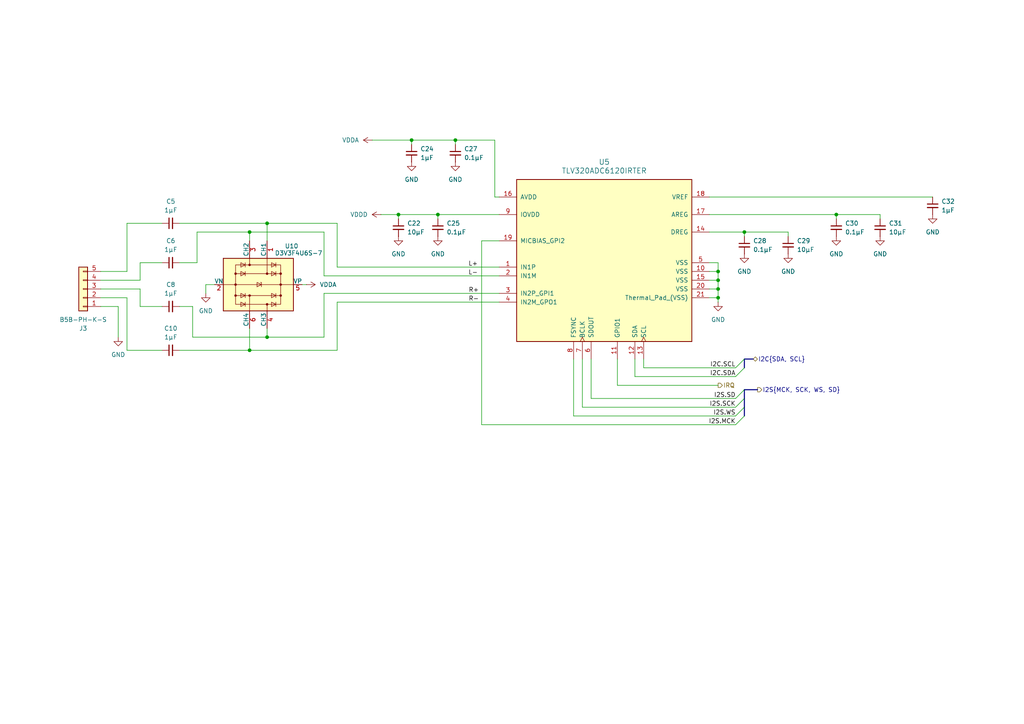
<source format=kicad_sch>
(kicad_sch (version 20231120) (generator "eeschema") (generator_version "8.0")
  (paper "A4")
  (lib_symbols
    (symbol "Connector_Generic:Conn_01x05" (pin_names (offset 1.016) hide)
      (property "Reference" "J" (at 0 7.62 0))
      (property "Value" "Conn_01x05" (at 0 -7.62 0))
      (symbol "Conn_01x05_1_1"
        (rectangle (start -1.27 -4.953) (end 0 -5.207) (stroke (width 0.1524)))
        (rectangle (start -1.27 -2.413) (end 0 -2.667) (stroke (width 0.1524)))
        (rectangle (start -1.27 0.127) (end 0 -0.127) (stroke (width 0.1524)))
        (rectangle (start -1.27 2.667) (end 0 2.413) (stroke (width 0.1524)))
        (rectangle (start -1.27 5.207) (end 0 4.953) (stroke (width 0.1524)))
        (rectangle (start -1.27 6.35) (end 1.27 -6.35) (stroke (width 0.254)) (fill (type background)))
        (pin passive line (at -5.08 5.08 0) (length 3.81) (name "Pin_1") (number "1"))
        (pin passive line (at -5.08 2.54 0) (length 3.81) (name "Pin_2") (number "2"))
        (pin passive line (at -5.08 0 0) (length 3.81) (name "Pin_3") (number "3"))
        (pin passive line (at -5.08 -2.54 0) (length 3.81) (name "Pin_4") (number "4"))
        (pin passive line (at -5.08 -5.08 0) (length 3.81) (name "Pin_5") (number "5"))
      )
    )
    (symbol "Device:C_Small" (pin_numbers hide) (pin_names (offset 0.254) hide)
      (property "Reference" "C" (at 0.254 1.778 0))
      (property "Value" "C_Small" (at 0.254 -2.032 0))
      (symbol "C_Small_0_1"
        (polyline (pts (xy -1.524 -0.508) (xy 1.524 -0.508)) (stroke (width 0.3302)))
        (polyline (pts (xy -1.524 0.508) (xy 1.524 0.508)) (stroke (width 0.3048)))
      )
      (symbol "C_Small_1_1"
        (pin passive line (at 0 2.54 270) (length 2.032) (name "~") (number "1"))
        (pin passive line (at 0 -2.54 90) (length 2.032) (name "~") (number "2"))
      )
    )
    (symbol "power:GND" (power) (pin_numbers hide) (pin_names (offset 0) hide)
      (property "Value" "GND" (at 0 -3.81 0))
      (symbol "GND_0_1"
        (polyline (pts (xy 0 0) (xy 0 -1.27) (xy 1.27 -1.27) (xy 0 -2.54) (xy -1.27 -1.27) (xy 0 -1.27)))
      )
      (symbol "GND_1_1"
        (pin power_in line (at 0 0 270) (length 0) (name "~") (number "1"))
      )
    )
    (symbol "power:VCC" (power) (pin_numbers hide) (pin_names (offset 0) hide)
      (property "Value" "VCC" (at 0 3.556 0))
      (symbol "VCC_0_1"
        (polyline (pts (xy -0.762 1.27) (xy 0 2.54)))
        (polyline (pts (xy 0 0) (xy 0 2.54)))
        (polyline (pts (xy 0 2.54) (xy 0.762 1.27)))
      )
      (symbol "VCC_1_1"
        (pin power_in line (at 0 0 90) (length 0) (name "~") (number "1"))
      )
    )
    (symbol "zeus-le:D3V3F4U6S" (pin_names (offset 0))
      (property "Reference" "U" (at -5.08 11.43 0))
      (property "Value" "D3V3F4U6S" (at 2.54 11.43 0))
      (symbol "D3V3F4U6S_0_0"
        (rectangle (start -5.715 6.477) (end 5.715 -6.604))
        (polyline (pts (xy -3.175 -6.604) (xy -3.175 6.477)))
        (polyline (pts (xy 3.175 6.477) (xy 3.175 -6.604)))
      )
      (symbol "D3V3F4U6S_0_1"
        (rectangle (start -7.62 10.16) (end 7.62 -10.16) (stroke (width 0.254)) (fill (type background)))
        (circle (center -5.715 -2.54) (radius 0.2794) (fill (type outline)))
        (circle (center -3.175 -6.604) (radius 0.2794) (fill (type outline)))
        (circle (center -3.175 2.54) (radius 0.2794) (fill (type outline)))
        (circle (center -3.175 6.477) (radius 0.2794) (fill (type outline)))
        (circle (center 0 -6.604) (radius 0.2794) (fill (type outline)))
        (polyline (pts (xy -7.747 2.54) (xy -3.175 2.54)))
        (polyline (pts (xy -7.62 -2.54) (xy -5.715 -2.54)))
        (polyline (pts (xy -5.08 -3.81) (xy -6.35 -3.81)))
        (polyline (pts (xy -5.08 5.08) (xy -6.35 5.08)))
        (polyline (pts (xy -2.54 -3.81) (xy -3.81 -3.81)))
        (polyline (pts (xy -2.54 5.08) (xy -3.81 5.08)))
        (polyline (pts (xy 0 10.16) (xy 0 -10.16)))
        (polyline (pts (xy 3.81 -3.81) (xy 2.54 -3.81)))
        (polyline (pts (xy 3.81 5.08) (xy 2.54 5.08)))
        (polyline (pts (xy 6.35 -3.81) (xy 5.08 -3.81)))
        (polyline (pts (xy 6.35 5.08) (xy 5.08 5.08)))
        (polyline (pts (xy 7.62 -2.54) (xy 3.175 -2.54)))
        (polyline (pts (xy 7.62 2.54) (xy 5.715 2.54)))
        (polyline (pts (xy 0.635 0.889) (xy -0.635 0.889) (xy -0.635 0.635)))
        (polyline (pts (xy -5.08 -5.08) (xy -6.35 -5.08) (xy -5.715 -3.81) (xy -5.08 -5.08)))
        (polyline (pts (xy -5.08 3.81) (xy -6.35 3.81) (xy -5.715 5.08) (xy -5.08 3.81)))
        (polyline (pts (xy -2.54 -5.08) (xy -3.81 -5.08) (xy -3.175 -3.81) (xy -2.54 -5.08)))
        (polyline (pts (xy -2.54 3.81) (xy -3.81 3.81) (xy -3.175 5.08) (xy -2.54 3.81)))
        (polyline (pts (xy 0.635 -0.381) (xy -0.635 -0.381) (xy 0 0.889) (xy 0.635 -0.381)))
        (polyline (pts (xy 3.81 -5.08) (xy 2.54 -5.08) (xy 3.175 -3.81) (xy 3.81 -5.08)))
        (polyline (pts (xy 3.81 3.81) (xy 2.54 3.81) (xy 3.175 5.08) (xy 3.81 3.81)))
        (polyline (pts (xy 6.35 -5.08) (xy 5.08 -5.08) (xy 5.715 -3.81) (xy 6.35 -5.08)))
        (polyline (pts (xy 6.35 3.81) (xy 5.08 3.81) (xy 5.715 5.08) (xy 6.35 3.81)))
        (circle (center 0 6.477) (radius 0.2794) (fill (type outline)))
        (circle (center 3.175 -6.604) (radius 0.2794) (fill (type outline)))
        (circle (center 3.175 -2.54) (radius 0.2794) (fill (type outline)))
        (circle (center 3.175 6.477) (radius 0.2794) (fill (type outline)))
        (circle (center 5.715 2.54) (radius 0.2794) (fill (type outline)))
      )
      (symbol "D3V3F4U6S_1_1"
        (pin passive line (at -12.7 2.54 0) (length 5.08) (name "CH1") (number "1"))
        (pin passive line (at 0 -12.7 90) (length 2.54) (name "VN") (number "2"))
        (pin passive line (at -12.7 -2.54 0) (length 5.08) (name "CH2") (number "3"))
        (pin passive line (at 12.7 2.54 180) (length 5.08) (name "CH3") (number "4"))
        (pin passive line (at 0 12.7 270) (length 2.54) (name "VP") (number "5"))
        (pin passive line (at 12.7 -2.54 180) (length 5.08) (name "CH4") (number "6"))
      )
    )
    (symbol "zeus-le:TLV320ADC6120" (pin_names (offset 1.016))
      (property "Reference" "U" (at -30.48 20.32 0))
      (property "Value" "TLV320ADC6120" (at 0 0 0))
      (symbol "TLV320ADC6120_0_1"
        (pin input line (at -30.48 -2.54 0) (length 5.08) (name "IN1P") (number "1"))
        (pin power_in line (at 30.48 -3.81 180) (length 5.08) (name "VSS") (number "10"))
        (pin bidirectional line (at 3.81 -29.21 90) (length 5.08) (name "GPIO1") (number "11"))
        (pin bidirectional line (at 8.89 -29.21 90) (length 5.08) (name "SDA") (number "12"))
        (pin power_in line (at 30.48 -6.35 180) (length 5.08) (name "VSS") (number "15"))
        (pin power_in line (at -30.48 17.78 0) (length 5.08) (name "AVDD") (number "16"))
        (pin input line (at -30.48 5.08 0) (length 5.08) (name "MICBIAS_GPI2") (number "19"))
        (pin input line (at -30.48 -5.08 0) (length 5.08) (name "IN1M") (number "2"))
        (pin power_in line (at 30.48 -8.89 180) (length 5.08) (name "VSS") (number "20"))
        (pin input line (at -30.48 -10.16 0) (length 5.08) (name "IN2P_GPI1") (number "3"))
        (pin input line (at -30.48 -12.7 0) (length 5.08) (name "IN2M_GPO1") (number "4"))
        (pin power_in line (at 30.48 -1.27 180) (length 5.08) (name "VSS") (number "5"))
        (pin output line (at -3.81 -29.21 90) (length 5.08) (name "SDOUT") (number "6"))
        (pin bidirectional line (at -8.89 -29.21 90) (length 5.08) (name "FSYNC") (number "8"))
        (pin power_in line (at -30.48 12.7 0) (length 5.08) (name "IOVDD") (number "9"))
      )
      (symbol "TLV320ADC6120_1_1"
        (rectangle (start -25.4 22.86) (end 25.4 -24.13) (stroke (width 0.254)) (fill (type background)))
        (pin input clock (at 11.43 -29.21 90) (length 5.08) (name "SCL") (number "13"))
        (pin power_out line (at 30.48 7.62 180) (length 5.08) (name "DREG") (number "14"))
        (pin power_out line (at 30.48 12.7 180) (length 5.08) (name "AREG") (number "17"))
        (pin output line (at 30.48 17.78 180) (length 5.08) (name "VREF") (number "18"))
        (pin power_in line (at 30.48 -11.43 180) (length 5.08) (name "Thermal_Pad_(VSS)") (number "21"))
        (pin bidirectional clock (at -6.35 -29.21 90) (length 5.08) (name "BCLK") (number "7"))
      )
    )
  )
  (junction (at 77.47 97.79))
  (junction (at 77.47 64.77))
  (junction (at 208.28 86.36))
  (junction (at 208.28 78.74))
  (junction (at 242.57 62.23))
  (junction (at 127 62.23))
  (junction (at 72.39 67.31))
  (junction (at 208.28 83.82))
  (junction (at 208.28 81.28))
  (junction (at 72.39 101.6))
  (junction (at 215.9 67.31))
  (junction (at 132.08 40.64))
  (junction (at 119.38 40.64))
  (junction (at 115.57 62.23))
  (bus_entry (at 215.9 118.11) (size -2.54 2.54))
  (bus_entry (at 215.9 113.03) (size -2.54 2.54))
  (bus_entry (at 215.9 120.65) (size -2.54 2.54))
  (bus_entry (at 215.9 106.68) (size -2.54 2.54))
  (bus_entry (at 215.9 104.14) (size -2.54 2.54))
  (bus_entry (at 215.9 115.57) (size -2.54 2.54))
  (wire (pts (xy 46.99 88.9) (xy 40.64 88.9)))
  (wire (pts (xy 205.74 62.23) (xy 242.57 62.23)))
  (wire (pts (xy 242.57 63.5) (xy 242.57 62.23)))
  (wire (pts (xy 205.74 67.31) (xy 215.9 67.31)))
  (wire (pts (xy 46.99 64.77) (xy 36.83 64.77)))
  (bus (pts (xy 215.9 113.03) (xy 219.71 113.03)))
  (wire (pts (xy 77.47 97.79) (xy 93.98 97.79)))
  (wire (pts (xy 57.15 76.2) (xy 57.15 67.31)))
  (wire (pts (xy 55.88 88.9) (xy 55.88 97.79)))
  (wire (pts (xy 208.28 76.2) (xy 208.28 78.74)))
  (wire (pts (xy 205.74 57.15) (xy 270.51 57.15)))
  (wire (pts (xy 40.64 88.9) (xy 40.64 83.82)))
  (wire (pts (xy 166.37 120.65) (xy 213.36 120.65)))
  (wire (pts (xy 97.79 87.63) (xy 144.78 87.63)))
  (wire (pts (xy 184.15 104.14) (xy 184.15 109.22)))
  (wire (pts (xy 228.6 68.58) (xy 228.6 67.31)))
  (wire (pts (xy 115.57 63.5) (xy 115.57 62.23)))
  (wire (pts (xy 97.79 101.6) (xy 97.79 87.63)))
  (wire (pts (xy 36.83 78.74) (xy 29.21 78.74)))
  (wire (pts (xy 171.45 115.57) (xy 213.36 115.57)))
  (wire (pts (xy 77.47 64.77) (xy 77.47 69.85)))
  (wire (pts (xy 186.69 104.14) (xy 186.69 106.68)))
  (wire (pts (xy 168.91 118.11) (xy 168.91 104.14)))
  (wire (pts (xy 55.88 88.9) (xy 52.07 88.9)))
  (wire (pts (xy 205.74 81.28) (xy 208.28 81.28)))
  (wire (pts (xy 72.39 67.31) (xy 72.39 69.85)))
  (wire (pts (xy 255.27 63.5) (xy 255.27 62.23)))
  (wire (pts (xy 29.21 88.9) (xy 34.29 88.9)))
  (wire (pts (xy 179.07 111.76) (xy 179.07 104.14)))
  (wire (pts (xy 139.7 69.85) (xy 144.78 69.85)))
  (wire (pts (xy 143.51 57.15) (xy 143.51 40.64)))
  (wire (pts (xy 55.88 97.79) (xy 77.47 97.79)))
  (wire (pts (xy 97.79 77.47) (xy 144.78 77.47)))
  (bus (pts (xy 215.9 106.68) (xy 215.9 104.14)))
  (wire (pts (xy 208.28 78.74) (xy 208.28 81.28)))
  (wire (pts (xy 205.74 76.2) (xy 208.28 76.2)))
  (wire (pts (xy 40.64 76.2) (xy 46.99 76.2)))
  (wire (pts (xy 184.15 109.22) (xy 213.36 109.22)))
  (wire (pts (xy 186.69 106.68) (xy 213.36 106.68)))
  (wire (pts (xy 57.15 67.31) (xy 72.39 67.31)))
  (wire (pts (xy 143.51 57.15) (xy 144.78 57.15)))
  (wire (pts (xy 36.83 86.36) (xy 29.21 86.36)))
  (wire (pts (xy 119.38 40.64) (xy 132.08 40.64)))
  (wire (pts (xy 107.95 40.64) (xy 119.38 40.64)))
  (wire (pts (xy 215.9 68.58) (xy 215.9 67.31)))
  (bus (pts (xy 215.9 115.57) (xy 215.9 118.11)))
  (wire (pts (xy 40.64 83.82) (xy 29.21 83.82)))
  (wire (pts (xy 72.39 101.6) (xy 97.79 101.6)))
  (wire (pts (xy 139.7 123.19) (xy 213.36 123.19)))
  (wire (pts (xy 171.45 115.57) (xy 171.45 104.14)))
  (wire (pts (xy 242.57 62.23) (xy 255.27 62.23)))
  (wire (pts (xy 208.28 81.28) (xy 208.28 83.82)))
  (wire (pts (xy 52.07 76.2) (xy 57.15 76.2)))
  (wire (pts (xy 168.91 118.11) (xy 213.36 118.11)))
  (wire (pts (xy 97.79 64.77) (xy 97.79 77.47)))
  (wire (pts (xy 72.39 67.31) (xy 93.98 67.31)))
  (wire (pts (xy 127 62.23) (xy 144.78 62.23)))
  (wire (pts (xy 115.57 62.23) (xy 127 62.23)))
  (wire (pts (xy 46.99 101.6) (xy 36.83 101.6)))
  (bus (pts (xy 218.44 104.14) (xy 215.9 104.14)))
  (wire (pts (xy 72.39 95.25) (xy 72.39 101.6)))
  (wire (pts (xy 139.7 69.85) (xy 139.7 123.19)))
  (bus (pts (xy 215.9 118.11) (xy 215.9 120.65)))
  (wire (pts (xy 93.98 97.79) (xy 93.98 85.09)))
  (wire (pts (xy 205.74 78.74) (xy 208.28 78.74)))
  (wire (pts (xy 40.64 76.2) (xy 40.64 81.28)))
  (wire (pts (xy 77.47 64.77) (xy 97.79 64.77)))
  (wire (pts (xy 208.28 87.63) (xy 208.28 86.36)))
  (wire (pts (xy 166.37 120.65) (xy 166.37 104.14)))
  (wire (pts (xy 88.9 82.55) (xy 87.63 82.55)))
  (wire (pts (xy 93.98 85.09) (xy 144.78 85.09)))
  (wire (pts (xy 132.08 41.91) (xy 132.08 40.64)))
  (wire (pts (xy 93.98 80.01) (xy 144.78 80.01)))
  (wire (pts (xy 52.07 64.77) (xy 77.47 64.77)))
  (wire (pts (xy 110.49 62.23) (xy 115.57 62.23)))
  (wire (pts (xy 93.98 67.31) (xy 93.98 80.01)))
  (wire (pts (xy 77.47 95.25) (xy 77.47 97.79)))
  (bus (pts (xy 215.9 113.03) (xy 215.9 115.57)))
  (wire (pts (xy 40.64 81.28) (xy 29.21 81.28)))
  (wire (pts (xy 52.07 101.6) (xy 72.39 101.6)))
  (wire (pts (xy 36.83 101.6) (xy 36.83 86.36)))
  (wire (pts (xy 59.69 85.09) (xy 59.69 82.55)))
  (wire (pts (xy 208.28 111.76) (xy 179.07 111.76)))
  (wire (pts (xy 208.28 83.82) (xy 208.28 86.36)))
  (wire (pts (xy 215.9 67.31) (xy 228.6 67.31)))
  (wire (pts (xy 36.83 64.77) (xy 36.83 78.74)))
  (wire (pts (xy 34.29 88.9) (xy 34.29 97.79)))
  (wire (pts (xy 119.38 41.91) (xy 119.38 40.64)))
  (wire (pts (xy 208.28 83.82) (xy 205.74 83.82)))
  (wire (pts (xy 59.69 82.55) (xy 62.23 82.55)))
  (wire (pts (xy 132.08 40.64) (xy 143.51 40.64)))
  (wire (pts (xy 208.28 86.36) (xy 205.74 86.36)))
  (wire (pts (xy 127 63.5) (xy 127 62.23)))
  (label "R-" (at 135.89 87.63 0))
  (label "L-" (at 135.8242 80.01 0))
  (label "R+" (at 135.89 85.09 0))
  (label "L+" (at 135.8242 77.47 0))
  (label "I2C.SDA" (at 213.36 109.22 180))
  (label "I2S.SCK" (at 213.36 118.11 180))
  (label "I2S.SD" (at 213.36 115.57 180))
  (label "I2C.SCL" (at 213.36 106.68 180))
  (label "I2S.WS" (at 213.36 120.65 180))
  (label "I2S.MCK" (at 213.36 123.19 180))
  (hierarchical_label "IRQ" (shape output) (at 208.28 111.76 0))
  (hierarchical_label "I2S{MCK, SCK, WS, SD}" (shape output) (at 219.71 113.03 0))
  (hierarchical_label "I2C{SDA, SCL}" (shape bidirectional) (at 218.44 104.14 0))
  (symbol (lib_id "power:VCC") (at 110.49 62.23 90) (unit 1)
    (property "Reference" "#PWR046" (effects (hide yes)))
    (property "Value" "VDDD" (at 106.68 62.2301 90) (effects (justify left)))
    (property "Description" "Digital supply, nominal 3.0V, min 2.7V" (effects (hide yes)))
  )
  (symbol (lib_id "Device:C_Small") (at 132.08 44.45 0) (unit 1)
    (property "Reference" "C27" (at 134.62 43.1862 0) (effects (justify left)))
    (property "Value" "0.1µF" (at 134.62 45.7262 0) (effects (justify left)))
    (property "Footprint" "Capacitor_SMD:C_0402_1005Metric" (effects (hide yes)))
    (property "Description" "Capacitor, decoupling, 25V, X5R" (effects (hide yes)))
    (property "manf#" "CL05A104KA5NNNC" (effects (hide yes)))
  )
  (symbol (lib_id "Device:C_Small") (at 215.9 71.12 0) (unit 1)
    (property "Reference" "C28" (at 218.44 69.8562 0) (effects (justify left)))
    (property "Value" "0.1µF" (at 218.44 72.3962 0) (effects (justify left)))
    (property "Footprint" "Capacitor_SMD:C_0402_1005Metric" (effects (hide yes)))
    (property "Description" "Capacitor, decoupling, 25V, X5R" (effects (hide yes)))
    (property "manf#" "CL05A104KA5NNNC" (effects (hide yes)))
  )
  (symbol (lib_id "power:GND") (at 115.57 68.58 0) (unit 1)
    (property "Reference" "#PWR047" (effects (hide yes)))
    (property "Value" "GND" (at 115.57 73.66 0))
    (property "Description" "Power symbol creates a global label with name \"GND\" , ground" (effects (hide yes)))
  )
  (symbol (lib_id "power:GND") (at 132.08 46.99 0) (unit 1)
    (property "Reference" "#PWR050" (effects (hide yes)))
    (property "Value" "GND" (at 132.08 52.07 0))
    (property "Description" "Power symbol creates a global label with name \"GND\" , ground" (effects (hide yes)))
  )
  (symbol (lib_id "Device:C_Small") (at 270.51 59.69 0) (unit 1)
    (property "Reference" "C32" (at 273.05 58.4262 0) (effects (justify left)))
    (property "Value" "1µF" (at 273.05 60.9662 0) (effects (justify left)))
    (property "Footprint" "Capacitor_SMD:C_0603_1608Metric" (effects (hide yes)))
    (property "Description" "Capacitor, decoupling, 10V, X7R" (effects (hide yes)))
    (property "manf#" "CL10B105KP8NNNC" (effects (hide yes)))
  )
  (symbol (lib_id "power:GND") (at 119.38 46.99 0) (unit 1)
    (property "Reference" "#PWR048" (effects (hide yes)))
    (property "Value" "GND" (at 119.38 52.07 0))
    (property "Description" "Power symbol creates a global label with name \"GND\" , ground" (effects (hide yes)))
  )
  (symbol (lib_id "Device:C_Small") (at 242.57 66.04 0) (unit 1)
    (property "Reference" "C30" (at 245.11 64.7762 0) (effects (justify left)))
    (property "Value" "0.1µF" (at 245.11 67.3162 0) (effects (justify left)))
    (property "Footprint" "Capacitor_SMD:C_0402_1005Metric" (effects (hide yes)))
    (property "Description" "Capacitor, decoupling, 25V, X5R" (effects (hide yes)))
    (property "manf#" "CL05A104KA5NNNC" (effects (hide yes)))
  )
  (symbol (lib_id "Device:C_Small") (at 228.6 71.12 0) (unit 1)
    (property "Reference" "C29" (at 231.14 69.8562 0) (effects (justify left)))
    (property "Value" "10µF" (at 231.14 72.3962 0) (effects (justify left)))
    (property "Footprint" "Capacitor_SMD:C_0603_1608Metric" (effects (hide yes)))
    (property "Description" "Capacitor, decoupling, 10V, X5R" (effects (hide yes)))
    (property "manf#" "GRM188R61A106ME69D" (effects (hide yes)))
  )
  (symbol (lib_id "power:GND") (at 59.69 85.09 0) (unit 1)
    (property "Reference" "#PWR021" (effects (hide yes)))
    (property "Value" "GND" (at 59.69 90.17 0))
    (property "Description" "Power symbol creates a global label with name \"GND\" , ground" (effects (hide yes)))
  )
  (symbol (lib_id "Device:C_Small") (at 49.53 64.77 90) (unit 1)
    (property "Reference" "C5" (at 49.5363 58.42 90))
    (property "Value" "1µF" (at 49.5363 60.96 90))
    (property "Footprint" "Capacitor_SMD:C_1206_3216Metric" (effects (hide yes)))
    (property "Datasheet" "https://www.cde.com/resources/catalogs/FCA.pdf" (effects (hide yes)))
    (property "Description" "Film Capacitor 12V 10V Acrylic, Metallized 1206 (3216 Metric)" (effects (hide yes)))
    (property "manf#" "FCA1206A105M-H3" (effects (hide yes)))
  )
  (symbol (lib_id "power:VCC") (at 107.95 40.64 90) (unit 1)
    (property "Reference" "#PWR045" (effects (hide yes)))
    (property "Value" "VDDA" (at 104.14 40.6401 90) (effects (justify left)))
    (property "Description" "Analog supply, 3.2V" (effects (hide yes)))
  )
  (symbol (lib_id "Device:C_Small") (at 119.38 44.45 0) (unit 1)
    (property "Reference" "C24" (at 121.92 43.1862 0) (effects (justify left)))
    (property "Value" "1µF" (at 121.92 45.7262 0) (effects (justify left)))
    (property "Footprint" "Capacitor_SMD:C_0603_1608Metric" (effects (hide yes)))
    (property "Description" "Capacitor, decoupling, 10V, X7R" (effects (hide yes)))
    (property "manf#" "CL10B105KP8NNNC" (effects (hide yes)))
  )
  (symbol (lib_id "power:GND") (at 34.29 97.79 0) (unit 1)
    (property "Reference" "#PWR018" (effects (hide yes)))
    (property "Value" "GND" (at 34.29 102.87 0))
    (property "Description" "Power symbol creates a global label with name \"GND\" , ground" (effects (hide yes)))
  )
  (symbol (lib_id "power:GND") (at 215.9 73.66 0) (unit 1)
    (property "Reference" "#PWR052" (effects (hide yes)))
    (property "Value" "GND" (at 215.9 78.74 0))
    (property "Description" "Power symbol creates a global label with name \"GND\" , ground" (effects (hide yes)))
  )
  (symbol (lib_id "power:VCC") (at 88.9 82.55 270) (mirror x) (unit 1)
    (property "Reference" "#PWR022" (effects (hide yes)))
    (property "Value" "VDDA" (at 92.71 82.5501 90) (effects (justify left)))
    (property "Description" "Analog supply, 3.2V" (effects (hide yes)))
  )
  (symbol (lib_id "Device:C_Small") (at 115.57 66.04 0) (unit 1)
    (property "Reference" "C22" (at 118.11 64.7762 0) (effects (justify left)))
    (property "Value" "10µF" (at 118.11 67.3162 0) (effects (justify left)))
    (property "Footprint" "Capacitor_SMD:C_0603_1608Metric" (effects (hide yes)))
    (property "Description" "Capacitor, decoupling, 10V, X5R" (effects (hide yes)))
    (property "manf#" "GRM188R61A106ME69D" (effects (hide yes)))
  )
  (symbol (lib_id "power:GND") (at 270.51 62.23 0) (unit 1)
    (property "Reference" "#PWR056" (effects (hide yes)))
    (property "Value" "GND" (at 270.51 67.31 0))
    (property "Description" "Power symbol creates a global label with name \"GND\" , ground" (effects (hide yes)))
  )
  (symbol (lib_id "Device:C_Small") (at 49.53 76.2 90) (unit 1)
    (property "Reference" "C6" (at 49.5363 69.85 90))
    (property "Value" "1µF" (at 49.5363 72.39 90))
    (property "Footprint" "Capacitor_SMD:C_1206_3216Metric" (effects (hide yes)))
    (property "Datasheet" "https://www.cde.com/resources/catalogs/FCA.pdf" (effects (hide yes)))
    (property "Description" "Film Capacitor 12V 10V Acrylic, Metallized 1206 (3216 Metric)" (effects (hide yes)))
    (property "manf#" "FCA1206A105M-H3" (effects (hide yes)))
  )
  (symbol (lib_id "Connector_Generic:Conn_01x05") (at 24.13 83.82 180) (unit 1)
    (property "Reference" "J3" (at 24.13 95.25 0))
    (property "Value" "B5B-PH-K-S" (at 24.13 92.71 0))
    (property "Footprint" "Connector_JST:JST_PH_B5B-PH-K_1x05_P2.00mm_Vertical" (effects (hide yes)))
    (property "Description" "Generic connector, single row, 01x05, script generated (kicad-library-utils/schlib/autogen/connector/)" (effects (hide yes)))
    (property "manf#" "B5B-PH-K-S" (effects (hide yes)))
  )
  (symbol (lib_id "Device:C_Small") (at 127 66.04 0) (unit 1)
    (property "Reference" "C25" (at 129.54 64.7762 0) (effects (justify left)))
    (property "Value" "0.1µF" (at 129.54 67.3162 0) (effects (justify left)))
    (property "Footprint" "Capacitor_SMD:C_0402_1005Metric" (effects (hide yes)))
    (property "Description" "Capacitor, decoupling, 25V, X5R" (effects (hide yes)))
    (property "manf#" "CL05A104KA5NNNC" (effects (hide yes)))
  )
  (symbol (lib_id "zeus-le:D3V3F4U6S") (at 74.93 82.55 270) (unit 1)
    (property "Reference" "U10" (at 84.582 71.374 90))
    (property "Value" "D3V3F4U6S-7" (at 86.614 73.406 90))
    (property "Footprint" "Package_TO_SOT_SMD:SOT-363_SC-70-6" (effects (hide yes)))
    (property "Datasheet" "https://www.diodes.com/assets/Datasheets/D3V3F4U6S.pdf" (effects (hide yes)))
    (property "Description" "4 Channel Low Capacitance TVS Diode Array, SOT-363" (effects (hide yes)))
    (property "manf#" "D3V3F4U6S-7 " (effects (hide yes)))
  )
  (symbol (lib_id "power:GND") (at 127 68.58 0) (unit 1)
    (property "Reference" "#PWR049" (effects (hide yes)))
    (property "Value" "GND" (at 127 73.66 0))
    (property "Description" "Power symbol creates a global label with name \"GND\" , ground" (effects (hide yes)))
  )
  (symbol (lib_id "Device:C_Small") (at 255.27 66.04 0) (unit 1)
    (property "Reference" "C31" (at 257.81 64.7762 0) (effects (justify left)))
    (property "Value" "10µF" (at 257.81 67.3162 0) (effects (justify left)))
    (property "Footprint" "Capacitor_SMD:C_0603_1608Metric" (effects (hide yes)))
    (property "Description" "Capacitor, decoupling, 10V, X5R" (effects (hide yes)))
    (property "manf#" "GRM188R61A106ME69D" (effects (hide yes)))
  )
  (symbol (lib_id "Device:C_Small") (at 49.53 88.9 90) (unit 1)
    (property "Reference" "C8" (at 49.5363 82.55 90))
    (property "Value" "1µF" (at 49.5363 85.09 90))
    (property "Footprint" "Capacitor_SMD:C_1206_3216Metric" (effects (hide yes)))
    (property "Datasheet" "https://www.cde.com/resources/catalogs/FCA.pdf" (effects (hide yes)))
    (property "Description" "Film Capacitor 12V 10V Acrylic, Metallized 1206 (3216 Metric)" (effects (hide yes)))
    (property "manf#" "FCA1206A105M-H3" (effects (hide yes)))
  )
  (symbol (lib_id "power:GND") (at 208.28 87.63 0) (unit 1)
    (property "Reference" "#PWR051" (effects (hide yes)))
    (property "Value" "GND" (at 208.28 92.71 0))
    (property "Description" "Power symbol creates a global label with name \"GND\" , ground" (effects (hide yes)))
  )
  (symbol (lib_id "power:GND") (at 255.27 68.58 0) (unit 1)
    (property "Reference" "#PWR055" (effects (hide yes)))
    (property "Value" "GND" (at 255.27 73.66 0))
    (property "Description" "Power symbol creates a global label with name \"GND\" , ground" (effects (hide yes)))
  )
  (symbol (lib_id "Device:C_Small") (at 49.53 101.6 90) (unit 1)
    (property "Reference" "C10" (at 49.5363 95.25 90))
    (property "Value" "1µF" (at 49.5363 97.79 90))
    (property "Footprint" "Capacitor_SMD:C_1206_3216Metric" (effects (hide yes)))
    (property "Datasheet" "https://www.cde.com/resources/catalogs/FCA.pdf" (effects (hide yes)))
    (property "Description" "Film Capacitor 12V 10V Acrylic, Metallized 1206 (3216 Metric)" (effects (hide yes)))
    (property "manf#" "FCA1206A105M-H3" (effects (hide yes)))
  )
  (symbol (lib_id "power:GND") (at 228.6 73.66 0) (unit 1)
    (property "Reference" "#PWR053" (effects (hide yes)))
    (property "Value" "GND" (at 228.6 78.74 0))
    (property "Description" "Power symbol creates a global label with name \"GND\" , ground" (effects (hide yes)))
  )
  (symbol (lib_id "power:GND") (at 242.57 68.58 0) (unit 1)
    (property "Reference" "#PWR054" (effects (hide yes)))
    (property "Value" "GND" (at 242.57 73.66 0))
    (property "Description" "Power symbol creates a global label with name \"GND\" , ground" (effects (hide yes)))
  )
  (symbol (lib_id "zeus-le:TLV320ADC6120") (at 175.26 74.93 0) (unit 1)
    (property "Reference" "U5" (at 175.26 46.99 0) (effects (font (size 1.524 1.524))))
    (property "Value" "TLV320ADC6120IRTER" (at 175.26 49.53 0) (effects (font (size 1.524 1.524))))
    (property "Footprint" "zeus-le:Texas_RTE_WQFN-20-1EP_3x3mm_P0.5mm_EP1.4x1.4mm_ThermalVias" (effects (hide yes)))
    (property "Datasheet" "https://www.ti.com/lit/ds/symlink/tlv320adc6120.pdf" (effects (hide yes)))
    (property "Description" "2-Channel, 768-kHz, Burr-Brown Audio ADC" (effects (hide yes)))
    (property "manf#" "TLV320ADC6120IRTER" (effects (hide yes)))
  )
)
</source>
